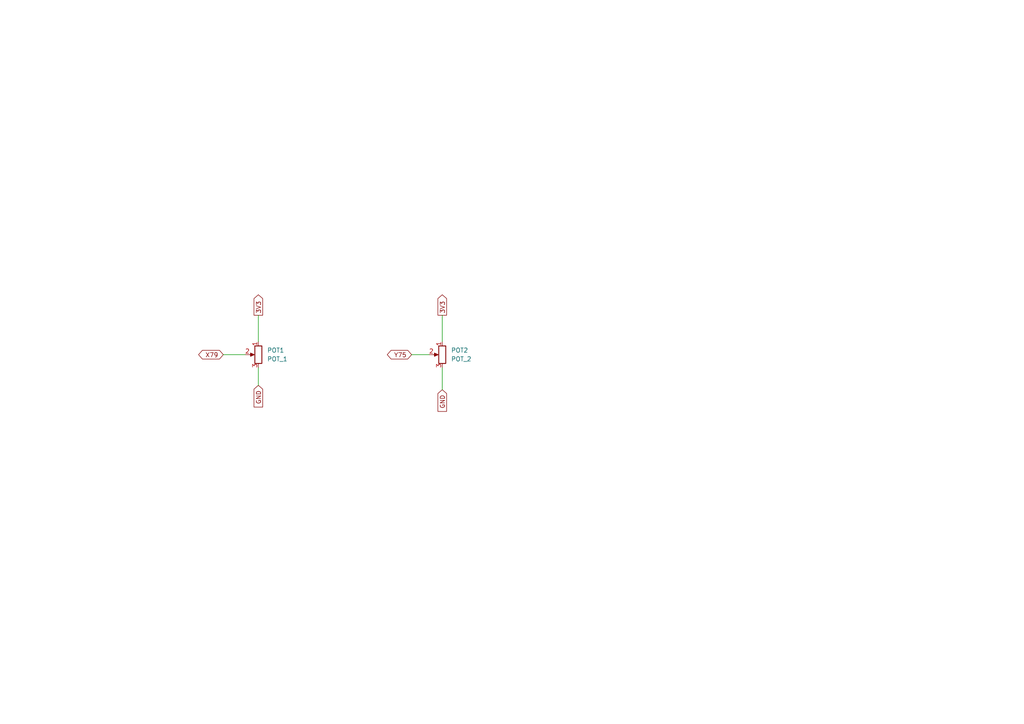
<source format=kicad_sch>
(kicad_sch (version 20231120) (generator "eeschema") (generator_version "8.0")
  (paper "A4")
  (lib_symbols
    (symbol "Device:R_Potentiometer" (pin_names (offset 1.016) hide)
      (property "Reference" "RV" (at -4.445 0 90))
      (property "Value" "R_Potentiometer" (at -2.54 0 90))
      (symbol "R_Potentiometer_0_1"
        (polyline (pts (xy 2.54 0) (xy 1.524 0)))
        (polyline (pts (xy 1.143 0) (xy 2.286 0.508) (xy 2.286 -0.508) (xy 1.143 0)) (fill (type outline)))
        (rectangle (start 1.016 2.54) (end -1.016 -2.54) (stroke (width 0.254)))
      )
      (symbol "R_Potentiometer_1_1"
        (pin passive line (at 0 3.81 270) (length 1.27) (name "1") (number "1"))
        (pin passive line (at 3.81 0 180) (length 1.27) (name "2") (number "2"))
        (pin passive line (at 0 -3.81 90) (length 1.27) (name "3") (number "3"))
      )
    )
  )
  (wire (pts (xy 119.38 102.87) (xy 124.46 102.87)))
  (wire (pts (xy 74.93 106.68) (xy 74.93 111.76)))
  (wire (pts (xy 128.27 91.44) (xy 128.27 99.06)))
  (wire (pts (xy 64.77 102.87) (xy 71.12 102.87)))
  (wire (pts (xy 128.27 106.68) (xy 128.27 113.03)))
  (wire (pts (xy 74.93 91.44) (xy 74.93 99.06)))
  (global_label "X79" (shape bidirectional) (at 64.77 102.87 180) (property "Intersheetrefs" "${INTERSHEET_REFS}" (effects (hide yes))))
  (global_label "GND" (shape input) (at 128.27 113.03 270) (property "Intersheetrefs" "${INTERSHEET_REFS}" (effects (hide yes))))
  (global_label "3V3" (shape output) (at 74.93 91.44 90) (property "Intersheetrefs" "${INTERSHEET_REFS}" (effects (hide yes))))
  (global_label "Y75" (shape bidirectional) (at 119.38 102.87 180) (property "Intersheetrefs" "${INTERSHEET_REFS}" (effects (hide yes))))
  (global_label "GND" (shape input) (at 74.93 111.76 270) (property "Intersheetrefs" "${INTERSHEET_REFS}" (effects (hide yes))))
  (global_label "3V3" (shape output) (at 128.27 91.44 90) (property "Intersheetrefs" "${INTERSHEET_REFS}" (effects (hide yes))))
  (symbol (lib_id "Device:R_Potentiometer") (at 128.27 102.87 0) (mirror y) (unit 1)
    (property "Reference" "POT2" (at 130.81 101.5999 0) (effects (justify right)))
    (property "Value" "POT_2" (at 130.81 104.1399 0) (effects (justify right)))
    (property "Footprint" "Potentiometer_SMD:Potentiometer_ACP_CA6-VSMD_Vertical" (effects (hide yes)))
    (property "Description" "Potentiometer" (effects (hide yes)))
  )
  (symbol (lib_id "Device:R_Potentiometer") (at 74.93 102.87 0) (mirror y) (unit 1)
    (property "Reference" "POT1" (at 77.47 101.5999 0) (effects (justify right)))
    (property "Value" "POT_1" (at 77.47 104.1399 0) (effects (justify right)))
    (property "Footprint" "Potentiometer_SMD:Potentiometer_ACP_CA6-VSMD_Vertical" (effects (hide yes)))
    (property "Description" "Potentiometer" (effects (hide yes)))
  )
)
</source>
